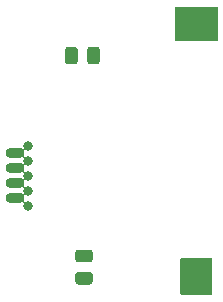
<source format=gbr>
G04 #@! TF.GenerationSoftware,KiCad,Pcbnew,5.99.0-unknown-r19130-2af6d01f*
G04 #@! TF.CreationDate,2020-08-04T10:25:44+02:00*
G04 #@! TF.ProjectId,ada-watch,6164612d-7761-4746-9368-2e6b69636164,rev?*
G04 #@! TF.SameCoordinates,Original*
G04 #@! TF.FileFunction,Soldermask,Bot*
G04 #@! TF.FilePolarity,Negative*
%FSLAX46Y46*%
G04 Gerber Fmt 4.6, Leading zero omitted, Abs format (unit mm)*
G04 Created by KiCad (PCBNEW 5.99.0-unknown-r19130-2af6d01f) date 2020-08-04 10:25:44*
%MOMM*%
%LPD*%
G01*
G04 APERTURE LIST*
%ADD10C,0.802000*%
%ADD11O,1.602000X0.902000*%
G04 APERTURE END LIST*
G36*
G01*
X150141999Y-114232000D02*
X147546001Y-114232000D01*
G75*
G02*
X147493000Y-114178999I0J53001D01*
G01*
X147493000Y-111183001D01*
G75*
G02*
X147546001Y-111130000I53001J0D01*
G01*
X150141999Y-111130000D01*
G75*
G02*
X150195000Y-111183001I0J-53001D01*
G01*
X150195000Y-114178999D01*
G75*
G02*
X150141999Y-114232000I-53001J0D01*
G01*
G37*
G36*
G01*
X150642142Y-92732000D02*
X147045858Y-92732000D01*
G75*
G02*
X146993000Y-92679142I0J52858D01*
G01*
X146993000Y-89882858D01*
G75*
G02*
X147045858Y-89830000I52858J0D01*
G01*
X150642142Y-89830000D01*
G75*
G02*
X150695000Y-89882858I0J-52858D01*
G01*
X150695000Y-92679142D01*
G75*
G02*
X150642142Y-92732000I-52858J0D01*
G01*
G37*
D10*
X134620000Y-106680000D03*
X134620000Y-105410000D03*
X134620000Y-104140000D03*
X134620000Y-102870000D03*
X134620000Y-101600000D03*
D11*
X133465000Y-106045000D03*
X133465000Y-104775000D03*
X133465000Y-103505000D03*
X133465000Y-102235000D03*
G36*
G01*
X138837250Y-112286000D02*
X139800750Y-112286000D01*
G75*
G02*
X140070000Y-112555250I0J-269250D01*
G01*
X140070000Y-113093750D01*
G75*
G02*
X139800750Y-113363000I-269250J0D01*
G01*
X138837250Y-113363000D01*
G75*
G02*
X138568000Y-113093750I0J269250D01*
G01*
X138568000Y-112555250D01*
G75*
G02*
X138837250Y-112286000I269250J0D01*
G01*
G37*
G36*
G01*
X138837250Y-110411000D02*
X139800750Y-110411000D01*
G75*
G02*
X140070000Y-110680250I0J-269250D01*
G01*
X140070000Y-111218750D01*
G75*
G02*
X139800750Y-111488000I-269250J0D01*
G01*
X138837250Y-111488000D01*
G75*
G02*
X138568000Y-111218750I0J269250D01*
G01*
X138568000Y-110680250D01*
G75*
G02*
X138837250Y-110411000I269250J0D01*
G01*
G37*
G36*
G01*
X138793000Y-93498250D02*
X138793000Y-94461750D01*
G75*
G02*
X138523750Y-94731000I-269250J0D01*
G01*
X137985250Y-94731000D01*
G75*
G02*
X137716000Y-94461750I0J269250D01*
G01*
X137716000Y-93498250D01*
G75*
G02*
X137985250Y-93229000I269250J0D01*
G01*
X138523750Y-93229000D01*
G75*
G02*
X138793000Y-93498250I0J-269250D01*
G01*
G37*
G36*
G01*
X140668000Y-93498250D02*
X140668000Y-94461750D01*
G75*
G02*
X140398750Y-94731000I-269250J0D01*
G01*
X139860250Y-94731000D01*
G75*
G02*
X139591000Y-94461750I0J269250D01*
G01*
X139591000Y-93498250D01*
G75*
G02*
X139860250Y-93229000I269250J0D01*
G01*
X140398750Y-93229000D01*
G75*
G02*
X140668000Y-93498250I0J-269250D01*
G01*
G37*
G36*
X134253744Y-106139567D02*
G01*
X134254273Y-106141201D01*
X134251573Y-106161711D01*
X134251438Y-106162215D01*
X134243829Y-106180585D01*
X134235487Y-106243943D01*
X134259837Y-106302731D01*
X134310322Y-106341469D01*
X134373434Y-106349778D01*
X134424695Y-106329947D01*
X134426672Y-106330254D01*
X134427393Y-106332120D01*
X134426593Y-106333430D01*
X134337882Y-106397882D01*
X134264510Y-106498870D01*
X134234815Y-106590263D01*
X134233329Y-106591601D01*
X134231427Y-106590983D01*
X134230934Y-106589353D01*
X134236284Y-106553122D01*
X134228939Y-106489641D01*
X134190999Y-106438557D01*
X134132599Y-106413286D01*
X134069259Y-106420614D01*
X134059783Y-106425987D01*
X134057788Y-106425971D01*
X134057849Y-106426106D01*
X134056844Y-106427653D01*
X134042800Y-106435616D01*
X134042579Y-106435724D01*
X134003601Y-106451869D01*
X134001618Y-106451608D01*
X134000853Y-106449760D01*
X134002008Y-106448200D01*
X134055030Y-106424092D01*
X134056817Y-106424266D01*
X134056797Y-106424231D01*
X134057491Y-106422732D01*
X134153335Y-106340147D01*
X134222574Y-106233326D01*
X134250374Y-106140367D01*
X134251828Y-106138994D01*
X134253744Y-106139567D01*
G37*
G36*
X134233538Y-105495806D02*
G01*
X134264510Y-105591130D01*
X134337882Y-105692118D01*
X134432482Y-105760849D01*
X134433295Y-105762676D01*
X134432119Y-105764294D01*
X134430609Y-105764342D01*
X134415764Y-105758821D01*
X134415744Y-105758813D01*
X134370943Y-105741616D01*
X134308095Y-105751572D01*
X134258644Y-105791619D01*
X134235836Y-105851039D01*
X134244556Y-105911172D01*
X134251438Y-105927787D01*
X134251573Y-105928291D01*
X134254606Y-105951325D01*
X134253841Y-105953173D01*
X134251858Y-105953434D01*
X134250700Y-105952136D01*
X134224843Y-105861666D01*
X134156917Y-105754009D01*
X134061499Y-105669739D01*
X134001827Y-105641723D01*
X134000684Y-105640082D01*
X134001534Y-105638272D01*
X134003442Y-105638065D01*
X134040725Y-105653508D01*
X134041027Y-105653682D01*
X134100148Y-105678171D01*
X134163236Y-105669865D01*
X134213720Y-105631127D01*
X134238069Y-105572341D01*
X134232505Y-105530922D01*
X134233265Y-105529073D01*
X134233721Y-105528885D01*
X134229652Y-105496675D01*
X134230427Y-105494831D01*
X134232411Y-105494580D01*
X134233538Y-105495806D01*
G37*
G36*
X134253744Y-104869567D02*
G01*
X134254273Y-104871201D01*
X134251573Y-104891711D01*
X134251438Y-104892215D01*
X134243829Y-104910585D01*
X134235487Y-104973943D01*
X134259837Y-105032731D01*
X134310322Y-105071469D01*
X134373434Y-105079778D01*
X134424695Y-105059947D01*
X134426672Y-105060254D01*
X134427393Y-105062120D01*
X134426593Y-105063430D01*
X134337882Y-105127882D01*
X134264510Y-105228870D01*
X134234815Y-105320263D01*
X134233329Y-105321601D01*
X134231427Y-105320983D01*
X134230934Y-105319353D01*
X134236284Y-105283122D01*
X134228939Y-105219641D01*
X134190999Y-105168557D01*
X134132599Y-105143286D01*
X134069259Y-105150614D01*
X134059783Y-105155987D01*
X134057788Y-105155971D01*
X134057849Y-105156106D01*
X134056844Y-105157653D01*
X134042800Y-105165616D01*
X134042579Y-105165724D01*
X134003601Y-105181869D01*
X134001618Y-105181608D01*
X134000853Y-105179760D01*
X134002008Y-105178200D01*
X134055030Y-105154092D01*
X134056817Y-105154266D01*
X134056797Y-105154231D01*
X134057491Y-105152732D01*
X134153335Y-105070147D01*
X134222574Y-104963326D01*
X134250374Y-104870367D01*
X134251828Y-104868994D01*
X134253744Y-104869567D01*
G37*
G36*
X134233538Y-104225806D02*
G01*
X134264510Y-104321130D01*
X134337882Y-104422118D01*
X134432482Y-104490849D01*
X134433295Y-104492676D01*
X134432119Y-104494294D01*
X134430609Y-104494342D01*
X134415764Y-104488821D01*
X134415744Y-104488813D01*
X134370943Y-104471616D01*
X134308095Y-104481572D01*
X134258644Y-104521619D01*
X134235836Y-104581039D01*
X134244556Y-104641172D01*
X134251438Y-104657787D01*
X134251573Y-104658291D01*
X134254606Y-104681325D01*
X134253841Y-104683173D01*
X134251858Y-104683434D01*
X134250700Y-104682136D01*
X134224843Y-104591666D01*
X134156917Y-104484009D01*
X134061499Y-104399739D01*
X134001827Y-104371723D01*
X134000684Y-104370082D01*
X134001534Y-104368272D01*
X134003442Y-104368065D01*
X134040725Y-104383508D01*
X134041027Y-104383682D01*
X134100148Y-104408171D01*
X134163236Y-104399865D01*
X134213720Y-104361127D01*
X134238069Y-104302341D01*
X134232505Y-104260922D01*
X134233265Y-104259073D01*
X134233721Y-104258885D01*
X134229652Y-104226675D01*
X134230427Y-104224831D01*
X134232411Y-104224580D01*
X134233538Y-104225806D01*
G37*
G36*
X134253744Y-103599567D02*
G01*
X134254273Y-103601201D01*
X134251573Y-103621711D01*
X134251438Y-103622215D01*
X134243829Y-103640585D01*
X134235487Y-103703943D01*
X134259837Y-103762731D01*
X134310322Y-103801469D01*
X134373434Y-103809778D01*
X134424695Y-103789947D01*
X134426672Y-103790254D01*
X134427393Y-103792120D01*
X134426593Y-103793430D01*
X134337882Y-103857882D01*
X134264510Y-103958870D01*
X134234815Y-104050263D01*
X134233329Y-104051601D01*
X134231427Y-104050983D01*
X134230934Y-104049353D01*
X134236284Y-104013122D01*
X134228939Y-103949641D01*
X134190999Y-103898557D01*
X134132599Y-103873286D01*
X134069259Y-103880614D01*
X134059783Y-103885987D01*
X134057788Y-103885971D01*
X134057849Y-103886106D01*
X134056844Y-103887653D01*
X134042800Y-103895616D01*
X134042579Y-103895724D01*
X134003601Y-103911869D01*
X134001618Y-103911608D01*
X134000853Y-103909760D01*
X134002008Y-103908200D01*
X134055030Y-103884092D01*
X134056817Y-103884266D01*
X134056797Y-103884231D01*
X134057491Y-103882732D01*
X134153335Y-103800147D01*
X134222574Y-103693326D01*
X134250374Y-103600367D01*
X134251828Y-103598994D01*
X134253744Y-103599567D01*
G37*
G36*
X134233538Y-102955806D02*
G01*
X134264510Y-103051130D01*
X134337882Y-103152118D01*
X134432482Y-103220849D01*
X134433295Y-103222676D01*
X134432119Y-103224294D01*
X134430609Y-103224342D01*
X134415764Y-103218821D01*
X134415744Y-103218813D01*
X134370943Y-103201616D01*
X134308095Y-103211572D01*
X134258644Y-103251619D01*
X134235836Y-103311039D01*
X134244556Y-103371172D01*
X134251438Y-103387787D01*
X134251573Y-103388291D01*
X134254606Y-103411325D01*
X134253841Y-103413173D01*
X134251858Y-103413434D01*
X134250700Y-103412136D01*
X134224843Y-103321666D01*
X134156917Y-103214009D01*
X134061499Y-103129739D01*
X134001827Y-103101723D01*
X134000684Y-103100082D01*
X134001534Y-103098272D01*
X134003442Y-103098065D01*
X134040725Y-103113508D01*
X134041027Y-103113682D01*
X134100148Y-103138171D01*
X134163236Y-103129865D01*
X134213720Y-103091127D01*
X134238069Y-103032341D01*
X134232505Y-102990922D01*
X134233265Y-102989073D01*
X134233721Y-102988885D01*
X134229652Y-102956675D01*
X134230427Y-102954831D01*
X134232411Y-102954580D01*
X134233538Y-102955806D01*
G37*
G36*
X134253744Y-102329567D02*
G01*
X134254273Y-102331201D01*
X134251573Y-102351711D01*
X134251438Y-102352215D01*
X134243829Y-102370585D01*
X134235487Y-102433943D01*
X134259837Y-102492731D01*
X134310322Y-102531469D01*
X134373434Y-102539778D01*
X134424695Y-102519947D01*
X134426672Y-102520254D01*
X134427393Y-102522120D01*
X134426593Y-102523430D01*
X134337882Y-102587882D01*
X134264510Y-102688870D01*
X134234815Y-102780263D01*
X134233329Y-102781601D01*
X134231427Y-102780983D01*
X134230934Y-102779353D01*
X134236284Y-102743122D01*
X134228939Y-102679641D01*
X134190999Y-102628557D01*
X134132599Y-102603286D01*
X134069259Y-102610614D01*
X134059783Y-102615987D01*
X134057788Y-102615971D01*
X134057849Y-102616106D01*
X134056844Y-102617653D01*
X134042800Y-102625616D01*
X134042579Y-102625724D01*
X134003601Y-102641869D01*
X134001618Y-102641608D01*
X134000853Y-102639760D01*
X134002008Y-102638200D01*
X134055030Y-102614092D01*
X134056817Y-102614266D01*
X134056797Y-102614231D01*
X134057491Y-102612732D01*
X134153335Y-102530147D01*
X134222574Y-102423326D01*
X134250374Y-102330367D01*
X134251828Y-102328994D01*
X134253744Y-102329567D01*
G37*
G36*
X134233538Y-101685806D02*
G01*
X134264510Y-101781130D01*
X134337882Y-101882118D01*
X134432482Y-101950849D01*
X134433295Y-101952676D01*
X134432119Y-101954294D01*
X134430609Y-101954342D01*
X134415764Y-101948821D01*
X134415744Y-101948813D01*
X134370943Y-101931616D01*
X134308095Y-101941572D01*
X134258644Y-101981619D01*
X134235836Y-102041039D01*
X134244556Y-102101172D01*
X134251438Y-102117787D01*
X134251573Y-102118291D01*
X134254606Y-102141325D01*
X134253841Y-102143173D01*
X134251858Y-102143434D01*
X134250700Y-102142136D01*
X134224843Y-102051666D01*
X134156917Y-101944009D01*
X134061499Y-101859739D01*
X134001827Y-101831723D01*
X134000684Y-101830082D01*
X134001534Y-101828272D01*
X134003442Y-101828065D01*
X134040725Y-101843508D01*
X134041027Y-101843682D01*
X134100148Y-101868171D01*
X134163236Y-101859865D01*
X134213720Y-101821127D01*
X134238069Y-101762341D01*
X134232505Y-101720922D01*
X134233265Y-101719073D01*
X134233721Y-101718885D01*
X134229652Y-101686675D01*
X134230427Y-101684831D01*
X134232411Y-101684580D01*
X134233538Y-101685806D01*
G37*
M02*

</source>
